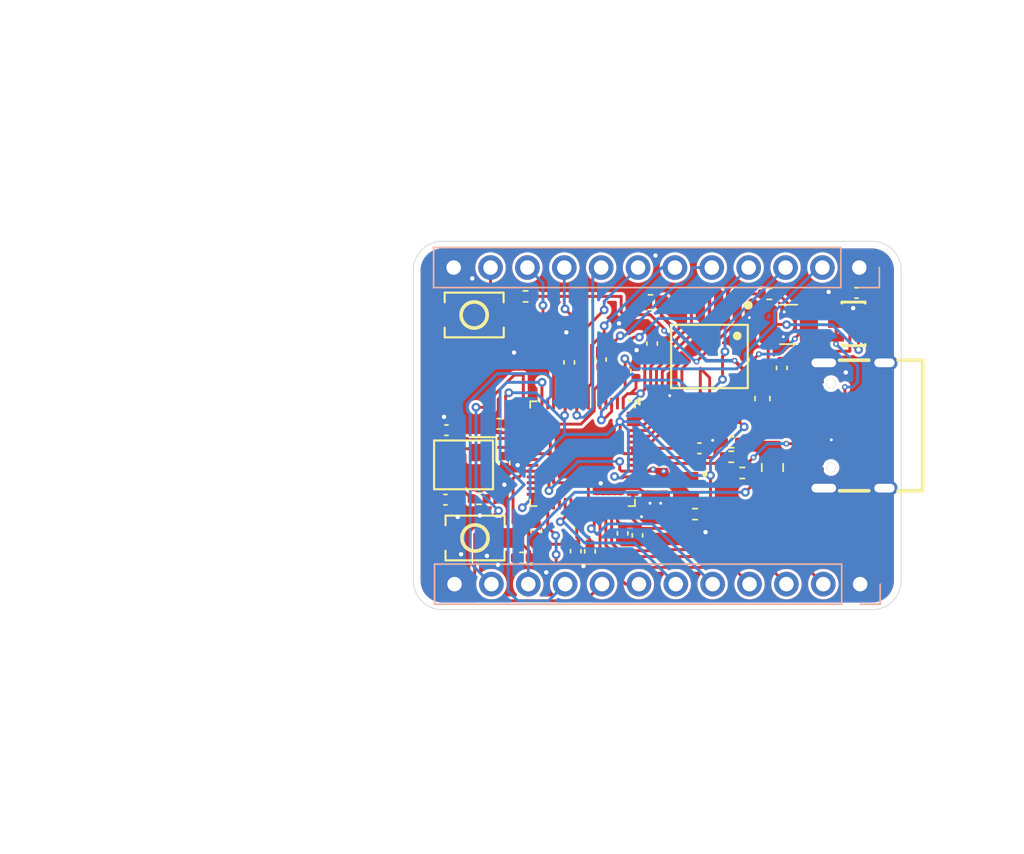
<source format=kicad_pcb>
(kicad_pcb (version 20241229) (generator "pcbnew") (generator_version "9.0")
  (layers (0 "F.Cu" signal) (2 "B.Cu" signal) (13 "F.Paste" user) (15 "B.Paste" user) (5 "F.SilkS" user "F.Silkscreen") (7 "B.SilkS" user "B.Silkscreen") (1 "F.Mask" user) (3 "B.Mask" user) (25 "Edge.Cuts" user))
  (net 0 "")
  (net 1 "USB_VBUS")
  (net 2 "Net-(U1-BST)")
  (net 3 "Net-(U1-SW)")
  (net 4 "+3V3")
  (net 5 "+1V1")
  (net 6 "Net-(U6-VREG_AVDD)")
  (net 7 "XIN")
  (net 8 "Net-(C24-Pad2)")
  (net 9 "/VREG_LX")
  (net 10 "Net-(U2-CC1)")
  (net 11 "Net-(U4-~{CS})")
  (net 12 "Net-(R4-Pad2)")
  (net 13 "XOUT")
  (net 14 "Net-(U6-USB_DM)")
  (net 15 "D-")
  (net 16 "D+")
  (net 17 "Net-(U6-USB_DP)")
  (net 18 "Net-(R8-Pad2)")
  (net 19 "RUN")
  (net 20 "IO3")
  (net 22 "IO2")
  (net 24 "Net-(U4-CLK)")
  (net 25 "IO1")
  (net 33 "IO0")
  (net 39 "Net-(J2-Pin_2)")
  (net 40 "Net-(J2-Pin_3)")
  (net 41 "GPIO12")
  (net 42 "Net-(J2-Pin_4)")
  (net 43 "Net-(J2-Pin_5)")
  (net 44 "GND")
  (net 45 "GPIO11")
  (net 47 "Net-(J1-Pin_9)")
  (net 48 "Net-(J1-Pin_3)")
  (net 49 "Net-(J1-Pin_2)")
  (net 50 "Net-(J1-Pin_8)")
  (net 51 "Net-(J1-Pin_6)")
  (net 52 "Net-(J1-Pin_4)")
  (net 53 "Net-(J1-Pin_5)")
  (net 54 "Net-(J1-Pin_11)")
  (net 55 "Net-(J1-Pin_7)")
  (net 56 "Net-(J1-Pin_10)")
  (net 57 "GPIO20")
  (net 59 "GPIO24")
  (footprint "Capacitor_SMD:C_0402_1005Metric" (layer "F.Cu") (at 58.91 51.09 -90)
    (property "Reference" "C18" (hide yes))
    (property "Value" "100n" (hide yes))
  )
  (footprint "RP2350_60QFN_minimal:C_0402_1005Metric_small_pads" (layer "F.Cu") (at 64.96521 46.626 -90)
    (property "Reference" "C5" (hide yes))
    (property "Value" "4.7u" (hide yes))
  )
  (footprint "easyeda2kicad:CRYSTAL-SMD_4P-L3.2-W2.5-BL" (layer "F.Cu") (at 51.18 45.14 180)
    (property "Reference" "U5" (hide yes))
    (property "Value" "ABM8-272-T3_C20625731" (hide yes))
  )
  (footprint "Capacitor_SMD:C_0402_1005Metric" (layer "F.Cu") (at 59.89 51.1 -90)
    (property "Reference" "C10" (hide yes))
    (property "Value" "100n" (hide yes))
  )
  (footprint "Resistor_SMD:R_0402_1005Metric" (layer "F.Cu") (at 55.22 51.55 180)
    (property "Reference" "R8" (hide yes))
    (property "Value" "1k" (hide yes))
  )
  (footprint "Resistor_SMD:R_0402_1005Metric" (layer "F.Cu") (at 52.25 47.48)
    (property "Reference" "R5" (hide yes))
    (property "Value" "1k" (hide yes))
  )
  (footprint "Resistor_SMD:R_0402_1005Metric" (layer "F.Cu") (at 55.45 33.53 180)
    (property "Reference" "R4" (hide yes))
    (property "Value" "1k" (hide yes))
  )
  (footprint "Resistor_SMD:R_0402_1005Metric" (layer "F.Cu") (at 69.64 43.58)
    (property "Reference" "R7" (hide yes))
    (property "Value" "27" (hide yes))
  )
  (footprint "Capacitor_SMD:C_0805_2012Metric" (layer "F.Cu") (at 72.46 45.32 90)
    (property "Reference" "C1" (hide yes))
    (property "Value" "10uf" (hide yes))
  )
  (footprint "Capacitor_SMD:C_0402_1005Metric" (layer "F.Cu") (at 63.06 38.67 90)
    (property "Reference" "C16" (hide yes))
    (property "Value" "100n" (hide yes))
  )
  (footprint "caps:0603-special" (layer "F.Cu") (at 66.5 46.68 -90)
    (property "Reference" "L2" (hide yes))
    (property "Value" "3.3u" (hide yes))
  )
  (footprint "Capacitor_SMD:C_0402_1005Metric" (layer "F.Cu") (at 53.6 42.31 180)
    (property "Reference" "C11" (hide yes))
    (property "Value" "100n" (hide yes))
  )
  (footprint "Capacitor_SMD:C_0402_1005Metric" (layer "F.Cu") (at 73.1 38.46 -90)
    (property "Reference" "C2" (hide yes))
    (property "Value" "100nf" (hide yes))
  )
  (footprint "easyeda2kicad:TSOT-26_L2.9-W1.6-P0.95-LS2.8-BL" (layer "F.Cu") (at 78.04 35.42 -90)
    (property "Reference" "U1" (hide yes))
    (property "Value" "AP63203WU-7" (hide yes))
  )
  (footprint "Capacitor_SMD:C_0603_1608Metric" (layer "F.Cu") (at 71.77 40.565 -90)
    (property "Reference" "C4" (hide yes))
    (property "Value" "22uf" (hide yes))
  )
  (footprint "RP2350_60QFN_minimal:C_0402_1005Metric_small_pads" (layer "F.Cu") (at 64.64 48.88)
    (property "Reference" "C7" (hide yes))
    (property "Value" "4.7u" (hide yes))
  )
  (footprint "Capacitor_SMD:C_0402_1005Metric" (layer "F.Cu") (at 78.25 33.29)
    (property "Reference" "C22" (hide yes))
    (property "Value" "100n" (hide yes))
  )
  (footprint "Capacitor_SMD:C_0402_1005Metric" (layer "F.Cu") (at 60.64 37.88 90)
    (property "Reference" "C9" (hide yes))
    (property "Value" "100n" (hide yes))
  )
  (footprint "Capacitor_SMD:C_0402_1005Metric" (layer "F.Cu") (at 62.14 49.86 -90)
    (property "Reference" "C20" (hide yes))
    (property "Value" "100n" (hide yes))
  )
  (footprint "Capacitor_SMD:C_0402_1005Metric" (layer "F.Cu") (at 58.46 38.08 90)
    (property "Reference" "C17" (hide yes))
    (property "Value" "100n" (hide yes))
  )
  (footprint "RP2350_60QFN_minimal:C_0402_1005Metric_small_pads" (layer "F.Cu") (at 64.00521 46.626 -90)
    (property "Reference" "C6" (hide yes))
    (property "Value" "4.7u" (hide yes))
  )
  (footprint "Capacitor_SMD:C_0402_1005Metric" (layer "F.Cu") (at 67.43 44)
    (property "Reference" "C13" (hide yes))
    (property "Value" "100n" (hide yes))
  )
  (footprint "Resistor_SMD:R_0402_1005Metric" (layer "F.Cu") (at 70.38 45.7)
    (property "Reference" "R1" (hide yes))
    (property "Value" "5.1k" (hide yes))
  )
  (footprint "Package_DFN_QFN:QFN-60-1EP_7x7mm_P0.4mm_EP3.4x3.4mm" (layer "F.Cu") (at 59.38 44.37 -90)
    (property "Reference" "U6" (hide yes))
    (property "Value" "RP2350A-QFN60" (hide yes))
  )
  (footprint "Inductor_SMD:L_1210_3225Metric" (layer "F.Cu") (at 73.57 35.46)
    (property "Reference" "L1" (hide yes))
    (property "Value" "47uh" (hide yes))
  )
  (footprint "easyeda2kicad:SW-SMD_L3.9-W3.0-P4.45" (layer "F.Cu") (at 51.91 34.81)
    (property "Reference" "SW1" (hide yes))
    (property "Value" "SW_Push" (hide yes))
  )
  (footprint "Capacitor_SMD:C_0402_1005Metric" (layer "F.Cu") (at 63.16 50 -90)
    (property "Reference" "C14" (hide yes))
    (property "Value" "100n" (hide yes))
  )
  (footprint "easyeda2kicad:SW-SMD_L3.9-W3.0-P4.45" (layer "F.Cu") (at 51.97 50.18)
    (property "Reference" "SW2" (hide yes))
    (property "Value" "SW_Push" (hide yes))
  )
  (footprint "Capacitor_SMD:C_0402_1005Metric" (layer "F.Cu") (at 56.19 49.69 -90)
    (property "Reference" "C19" (hide yes))
    (property "Value" "100n" (hide yes))
  )
  (footprint "Resistor_SMD:R_0402_1005Metric" (layer "F.Cu") (at 72.24 33.36)
    (property "Reference" "R3" (hide yes))
    (property "Value" "10k" (hide yes))
  )
  (footprint "Capacitor_SMD:C_0402_1005Metric" (layer "F.Cu") (at 49.93 47.54)
    (property "Reference" "C24" (hide yes))
    (property "Value" "15p" (hide yes))
  )
  (footprint "Resistor_SMD:R_0402_1005Metric" (layer "F.Cu") (at 67.124092 48.533521 180)
    (property "Reference" "R2" (hide yes))
    (property "Value" "33" (hide yes))
  )
  (footprint "Capacitor_SMD:C_0402_1005Metric" (layer "F.Cu") (at 64.17 36.78 90)
    (property "Reference" "C15" (hide yes))
    (property "Value" "100n" (hide yes))
  )
  (footprint "Resistor_SMD:R_0402_1005Metric" (layer "F.Cu") (at 69.62 44.58 180)
    (property "Reference" "R6" (hide yes))
    (property "Value" "27" (hide yes))
  )
  (footprint "Capacitor_SMD:C_0402_1005Metric" (layer "F.Cu") (at 50 42.75)
    (property "Reference" "C23" (hide yes))
    (property "Value" "15p" (hide yes))
  )
  (footprint "easyeda2kicad:USB-C-SMD_G-SWITCH_GT-USB-7010ASV" (layer "F.Cu") (at 77.775 42.425 90)
    (property "Reference" "U2" (hide yes))
    (property "Value" "GT-USB-7010ASV" (hide yes))
  )
  (footprint "Capacitor_SMD:C_0402_1005Metric" (layer "F.Cu") (at 54 45.01 -90)
    (property "Reference" "C8" (hide yes))
    (property "Value" "100n" (hide yes))
  )
  (footprint "Capacitor_SMD:C_0603_1608Metric" (layer "F.Cu") (at 64.05 33.93 180)
    (property "Reference" "C3" (hide yes))
    (property "Value" "22uf" (hide yes))
  )
  (footprint "easyeda2kicad:SOIC-8_L5.3-W5.3-P1.27-LS8.0-BL" (layer "F.Cu") (at 68.12 37.67 180)
    (property "Reference" "U4" (hide yes))
    (property "Value" "W25Q64JVSSIQ_C179171" (hide yes))
  )
  (footprint "Connector_PinHeader_2.54mm:PinHeader_1x12_P2.54mm_Vertical" (layer "B.Cu") (at 78.5 53.36 90)
    (property "Reference" "J2" (hide yes))
    (property "Value" "Conn_01x12_Pin" (hide yes))
  )
  (footprint "Connector_PinHeader_2.54mm:PinHeader_1x12_P2.54mm_Vertical" (layer "B.Cu") (at 78.44 31.54 90)
    (property "Reference" "J1" (hide yes))
    (property "Value" "Conn_01x12_Pin" (hide yes))
  )
  (gr_line (start 63.16 46.7) (end 63.6 47.02) (stroke (width 0.2)) (layer "F.Cu") (net 44))
  (gr_arc (start 49.725 55.125) (mid 48.310786 54.539214) (end 47.725 53.125) (stroke (width 0.05)) (layer "Edge.Cuts"))
  (gr_arc (start 47.725 31.725) (mid 48.310786 30.310786) (end 49.725 29.725) (stroke (width 0.05)) (layer "Edge.Cuts"))
  (gr_line (start 81.325 31.725) (end 81.325 53.125) (stroke (width 0.05)) (layer "Edge.Cuts"))
  (gr_arc (start 81.325 53.125) (mid 80.739214 54.539214) (end 79.325 55.125) (stroke (width 0.05)) (layer "Edge.Cuts"))
  (gr_line (start 47.725 53.125) (end 47.725 31.725) (stroke (width 0.05)) (layer "Edge.Cuts"))
  (gr_line (start 49.725 29.725) (end 79.325 29.725) (stroke (width 0.05)) (layer "Edge.Cuts"))
  (gr_line (start 79.325 55.125) (end 49.725 55.125) (stroke (width 0.05)) (layer "Edge.Cuts"))
  (gr_arc (start 79.325 29.725) (mid 80.739214 30.310786) (end 81.325 31.725) (stroke (width 0.05)) (layer "Edge.Cuts"))
  (segment (start 77.445 40.655) (end 77.025 41.075) (width 0.2) (layer "F.Cu") (net 1))
  (segment (start 72.51 46.17) (end 73.85 44.83) (width 0.2) (layer "F.Cu") (net 1))
  (segment (start 77.025 41.075) (end 77.025 43.897) (width 0.2) (layer "F.Cu") (net 1))
  (segment (start 77.025 43.897) (end 76.296 44.626) (width 0.2) (layer "F.Cu") (net 1))
  (segment (start 76.84 35.42) (end 76.84 36.37) (width 0.2) (layer "F.Cu") (net 1))
  (segment (start 74.4 40.03) (end 75 40.03) (width 0.2) (layer "F.Cu") (net 1))
  (segment (start 75.975 40.025) (end 77.025 41.075) (width 0.2) (layer "F.Cu") (net 1))
  (segment (start 77.445 39.775) (end 77.445 40.655) (width 0.2) (layer "F.Cu") (net 1))
  (segment (start 72.51 46.52) (end 72.51 46.17) (width 0.2) (layer "F.Cu") (net 1))
  (segment (start 71.35 46.27) (end 70.59 47.03) (width 0.2) (layer "F.Cu") (net 1))
  (segment (start 73.85 44.83) (end 74.4 44.83) (width 0.2) (layer "F.Cu") (net 1))
  (segment (start 74.405 44.825) (end 75.375 44.825) (width 0.2) (layer "F.Cu") (net 1))
  (segment (start 72.46 46.27) (end 71.35 46.27) (width 0.2) (layer "F.Cu") (net 1))
  (segment (start 76.296 44.626) (end 75.574 44.626) (width 0.2) (layer "F.Cu") (net 1))
  (segment (start 74.4 44.83) (end 74.405 44.825) (width 0.2) (layer "F.Cu") (net 1))
  (segment (start 76.84 36.809) (end 76.84 36.37) (width 0.2) (layer "F.Cu") (net 1))
  (via (at 77.445 39.775) (size 0.4) (drill 0.2) (layers "F.Cu" "B.Cu") (net 1))
  (via (at 70.59 47.03) (size 0.6) (drill 0.3) (layers "F.Cu" "B.Cu") (net 1))
  (via (at 76.84 36.809) (size 0.4) (drill 0.2) (layers "F.Cu" "B.Cu") (net 1))
  (segment (start 76.84 36.815) (end 78.325 38.3) (width 0.2) (layer "B.Cu") (net 1))
  (segment (start 77.975 39.775) (end 77.445 39.775) (width 0.2) (layer "B.Cu") (net 1))
  (segment (start 78.325 38.3) (end 78.325 39.425) (width 0.2) (layer "B.Cu") (net 1))
  (segment (start 55.64 50.22) (end 55.64 53.36) (width 0.2) (layer "B.Cu") (net 1))
  (segment (start 78.325 39.425) (end 77.975 39.775) (width 0.2) (layer "B.Cu") (net 1))
  (segment (start 76.84 36.809) (end 76.82 36.809) (width 0.2) (layer "B.Cu") (net 1))
  (segment (start 58.83 47.03) (end 55.64 50.22) (width 0.2) (layer "B.Cu") (net 1))
  (segment (start 70.59 47.03) (end 58.83 47.03) (width 0.2) (layer "B.Cu") (net 1))
  (segment (start 76.84 36.809) (end 76.84 36.815) (width 0.2) (layer "B.Cu") (net 1))
  (segment (start 73.1 37.98) (end 73.771 37.309) (width 0.2) (layer "F.Cu") (net 2))
  (segment (start 73.771 37.309) (end 77.791 37.309) (width 0.2) (layer "F.Cu") (net 2))
  (segment (start 78.89 34.47) (end 79.24 34.47) (width 0.2) (layer "F.Cu") (net 2))
  (segment (start 77.791 37.309) (end 77.791 35.569) (width 0.2) (layer "F.Cu") (net 2))
  (segment (start 77.791 35.569) (end 78.89 34.47) (width 0.2) (layer "F.Cu") (net 2))
  (segment (start 78.389 37.195467) (end 78.389 35.794) (width 0.2) (layer "F.Cu") (net 3))
  (segment (start 78.763 35.42) (end 79.24 35.42) (width 0.2) (layer "F.Cu") (net 3))
  (segment (start 78.389 35.794) (end 78.763 35.42) (width 0.2) (layer "F.Cu") (net 3))
  (segment (start 72.17 38.01) (end 72.17 35.46) (width 0.2) (layer "F.Cu") (net 3))
  (segment (start 73.41 35.46) (end 73.43 35.48) (width 0.2) (layer "F.Cu") (net 3))
  (segment (start 72.28 35.35) (end 72.17 35.46) (width 0.2) (layer "F.Cu") (net 3))
  (segment (start 73.1 38.94) (end 72.17 38.01) (width 0.2) (layer "F.Cu") (net 3))
  (segment (start 72.17 35.46) (end 73.41 35.46) (width 0.2) (layer "F.Cu") (net 3))
  (segment (start 78.390999 37.197466) (end 78.389 37.195467) (width 0.2) (layer "F.Cu") (net 3))
  (via (at 78.390999 37.197466) (size 0.6) (drill 0.3) (layers "F.Cu" "B.Cu") (net 3))
  (via (at 73.43 35.48) (size 0.6) (drill 0.3) (layers "F.Cu" "B.Cu") (net 3))
  (segment (start 76.57 35.48) (end 78.390999 37.300999) (width 0.2) (layer "B.Cu") (net 3))
  (segment (start 78.390999 37.300999) (end 78.390999 37.197466) (width 0.2) (layer "B.Cu") (net 3))
  (segment (start 72.21 34.89) (end 72.18 34.92) (width 0.2) (layer "B.Cu") (net 3))
  (segment (start 73.43 35.48) (end 76.57 35.48) (width 0.2) (layer "B.Cu") (net 3))
  (segment (start 62.83 44.37) (end 62.83 43.97) (width 0.2) (layer "F.Cu") (net 4))
  (segment (start 63.02 49.38) (end 63.16 49.52) (width 0.2) (layer "F.Cu") (net 4))
  (segment (start 63.16 49.52) (end 66.647613 49.52) (width 0.2) (layer "F.Cu") (net 4))
  (segment (start 63.41 44.37) (end 63.78 44) (width 0.2) (layer "F.Cu") (net 4))
  (segment (start 62.131084 46.038916) (end 62.2 45.97) (width 0.2) (layer "F.Cu") (net 4))
  (segment (start 71.175 37.855) (end 71.523554 37.506446) (width 0.2) (layer "F.Cu") (net 4))
  (segment (start 59.1 50.42) (end 58.91 50.61) (width 0.2) (layer "F.Cu") (net 4))
  (segment (start 70.03 41.2) (end 70.03 39) (width 0.2) (layer "F.Cu") (net 4))
  (segment (start 62.83 43.97) (end 63.5829 43.97) (width 0.2) (layer "F.Cu") (net 4))
  (segment (start 58.34 40.06) (end 58.34 38.55) (width 0.2) (layer "F.Cu") (net 4))
  (segment (start 61.78 47.82) (end 61.78 49.02) (width 0.2) (layer "F.Cu") (net 4))
  (segment (start 77.77 33.29) (end 77.77 33.54) (width 0.2) (layer "F.Cu") (net 4))
  (segment (start 55.43 43.17) (end 54.57 42.31) (width 0.2) (layer "F.Cu") (net 4))
  (segment (start 58.979 49.061) (end 58.979 50.139) (width 0.2) (layer "F.Cu") (net 4))
  (segment (start 62.18 47.82) (end 62.18 48.22) (width 0.2) (layer "F.Cu") (net 4))
  (segment (start 54.08 40.39) (end 54.3 40.17) (width 0.2) (layer "F.Cu") (net 4))
  (segment (start 72.75 33.36) (end 72.87 33.36) (width 0.2) (layer "F.Cu") (net 4))
  (segment (start 63.06 39.86) (end 63.06 39.15) (width 0.2) (layer "F.Cu") (net 4))
  (segment (start 68.19 47.977613) (end 68.19 45.87) (width 0.2) (layer "F.Cu") (net 4))
  (segment (start 59.1 50.26) (end 59.1 50.42) (width 0.2) (layer "F.Cu") (net 4))
  (segment (start 64.825 33.93) (end 64.825 34.875) (width 0.25) (layer "F.Cu") (net 4))
  (segment (start 77.77 33.54) (end 76.84 34.47) (width 0.2) (layer "F.Cu") (net 4))
  (segment (start 70.03 39) (end 70.46 38.57) (width 0.2) (layer "F.Cu") (net 4))
  (segment (start 63.6129 44) (end 66.95 44) (width 0.2) (layer "F.Cu") (net 4))
  (segment (start 61.78 49.02) (end 62.14 49.38) (width 0.2) (layer "F.Cu") (net 4))
  (segment (start 58.979 50.139) (end 59.1 50.26) (width 0.2) (layer "F.Cu") (net 4))
  (segment (start 63.667 39.933) (end 63.37 40.23) (width 0.2) (layer "F.Cu") (net 4))
  (segment (start 63.37 40.23) (end 62.69 40.23) (width 0.2) (layer "F.Cu") (net 4))
  (segment (start 56.801 50.49) (end 56.801 49.821) (width 0.2) (layer "F.Cu") (net 4))
  (segment (start 55.93 43.17) (end 55.43 43.17) (width 0.2) (layer "F.Cu") (net 4))
  (segment (start 64.825 34.875) (end 65.52 35.57) (width 0.25) (layer "F.Cu") (net 4))
  (segment (start 62.18 40.92) (end 62.18 40.53) (width 0.2) (layer "F.Cu") (net 4))
  (segment (start 56.921 50.61) (end 56.801 50.49) (width 0.2) (layer "F.Cu") (net 4))
  (segment (start 63.5829 43.97) (end 63.6129 44) (width 0.2) (layer "F.Cu") (net 4))
  (segment (start 61.97 42.182781) (end 61.97 44.09) (width 0.2) (layer "F.Cu") (net 4))
  (segment (start 58.91 50.61) (end 56.921 50.61) (width 0.2) (layer "F.Cu") (net 4))
  (segment (start 66.647613 49.52) (end 67.634092 48.533521) (width 0.2) (layer "F.Cu") (net 4))
  (segment (start 62.2 45.97) (end 62.83 45.97) (width 0.2) (layer "F.Cu") (net 4))
  (segment (start 58.18 40.92) (end 58.18 40.22) (width 0.2) (layer "F.Cu") (net 4))
  (segment (start 58.18 40.22) (end 58.34 40.06) (width 0.2) (layer "F.Cu") (net 4))
  (segment (start 74.97 35.46) (end 75.96 34.47) (width 0.2) (layer "F.Cu") (net 4))
  (segment (start 63.16 49.2) (end 63.16 49.52) (width 0.2) (layer "F.Cu") (net 4))
  (segment (start 70.03 42.04) (end 70.51 42.52) (width 0.2) (layer "F.Cu") (net 4))
  (segment (start 71.77 38.45) (end 71.175 37.855) (width 0.25) (layer "F.Cu") (net 4))
  (segment (start 74 36.46) (end 74 36.43) (width 0.2) (layer "F.Cu") (net 4))
  (segment (start 63.667 37.763) (end 63.667 39.933) (width 0.2) (layer "F.Cu") (net 4))
  (segment (start 55.93 47.17) (end 55.93 47.39) (width 0.2) (layer "F.Cu") (net 4))
  (segment (start 61.58 45.941482) (end 61.677434 46.038916) (width 0.2) (layer "F.Cu") (net 4))
  (segment (start 62.83 44.37) (end 63.41 44.37) (width 0.2) (layer "F.Cu") (net 4))
  (segment (start 61.947774 42.160555) (end 61.827219 42.04) (width 0.2) (layer "F.Cu") (net 4))
  (segment (start 70.03 41.2) (end 70.03 42.04) (width 0.2) (layer "F.Cu") (net 4))
  (segment (start 58.18 40.92) (end 58.18 41.691) (width 0.2) (layer "F.Cu") (net 4))
  (segment (start 67.634092 48.533521) (end 68.19 47.977613) (width 0.2) (layer "F.Cu") (net 4))
  (segment (start 55.93 48.95) (end 55.93 47.196) (width 0.25) (layer "F.Cu") (net 4))
  (segment (start 59.38 47.82) (end 59.38 48.66) (width 0.2) (layer "F.Cu") (net 4))
  (segment (start 54.08 42.31) (end 54.08 40.39) (width 0.2) (layer "F.Cu") (net 4))
  (segment (start 62.14 49.38) (end 63.02 49.38) (width 0.2) (layer "F.Cu") (net 4))
  (segment (start 61.947774 42.160555) (end 61.97 42.182781) (width 0.2) (layer "F.Cu") (net 4))
  (segment (start 55.93 47.39) (end 55.23 48.09) (width 0.2) (layer "F.Cu") (net 4))
  (segment (start 56.19 49.21) (end 55.93 48.95) (width 0.25) (layer "F.Cu") (net 4))
  (segment (start 62.69 40.23) (end 62.48 40.23) (width 0.2) (layer "F.Cu") (net 4))
  (segment (start 64.17 37.26) (end 63.667 37.763) (width 0.2) (layer "F.Cu") (net 4))
  (segment (start 59.38 48.66) (end 58.979 49.061) (width 0.2) (layer "F.Cu") (net 4))
  (segment (start 62.18 48.22) (end 63.16 49.2) (width 0.2) (layer "F.Cu") (net 4))
  (segment (start 62.18 40.53) (end 62.48 40.23) (width 0.2) (layer "F.Cu") (net 4))
  (segment (start 62.69 40.23) (end 63.06 39.86) (width 0.2) (layer "F.Cu") (net 4))
  (segment (start 58.18 41.691) (end 58.14 41.731) (width 0.2) (layer "F.Cu") (net 4))
  (segment (start 72.87 33.36) (end 74.97 35.46) (width 0.2) (layer "F.Cu") (net 4))
  (segment (start 70.46 38.57) (end 71.175 37.855) (width 0.2) (layer "F.Cu") (net 4))
  (segment (start 63.93521 46.216) (end 64.00521 46.146) (width 0.2) (layer "F.Cu") (net 4))
  (segment (start 55.93 47.17) (end 56.332226 47.17) (width 0.2) (layer "F.Cu") (net 4))
  (segment (start 69.85 37.96) (end 70.46 38.57) (width 0.25) (layer "F.Cu") (net 4))
  (segment (start 62.25 44.37) (end 62.83 44.37) (width 0.2) (layer "F.Cu") (net 4))
  (segment (start 75.96 34.47) (end 76.84 34.47) (width 0.2) (layer "F.Cu") (net 4))
  (segment (start 56.801 49.821) (end 56.19 49.21) (width 0.2) (layer "F.Cu") (net 4))
  (segment (start 61.677434 46.038916) (end 62.131084 46.038916) (width 0.2) (layer "F.Cu") (net 4))
  (segment (start 54.57 42.31) (end 54.08 42.31) (width 0.2) (layer "F.Cu") (net 4))
  (segment (start 74 36.43) (end 74.97 35.46) (width 0.2) (layer "F.Cu") (net 4))
  (segment (start 61.97 44.09) (end 62.25 44.37) (width 0.2) (layer "F.Cu") (net 4))
  (segment (start 71.77 39.79) (end 71.77 38.45) (width 0.25) (layer "F.Cu") (net 4))
  (via (at 55.23 48.09) (size 0.6) (drill 0.3) (layers "F.Cu" "B.Cu") (net 4))
  (via (at 69.85 37.96) (size 0.4) (drill 0.2) (layers "F.Cu" "B.Cu") (net 4))
  (via (at 74 36.46) (size 0.4) (drill 0.2) (layers "F.Cu" "B.Cu") (net 4))
  (via (at 54.3 40.17) (size 0.6) (drill 0.3) (layers "F.Cu" "B.Cu") (net 4))
  (via (at 71.523554 37.506446) (size 0.4) (drill 0.2) (layers "F.Cu" "B.Cu") (net 4))
  (via (at 61.947774 42.160555) (size 0.6) (drill 0.3) (layers "F.Cu" "B.Cu") (net 4))
  (via (at 63.37 40.23) (size 0.6) (drill 0.3) (layers "F.Cu" "B.Cu") (net 4))
  (via (at 70.51 42.52) (size 0.6) (drill 0.3) (layers "F.Cu" "B.Cu") (net 4))
  (via (at 68.19 45.87) (size 0.6) (drill 0.3) (layers "F.Cu" "B.Cu") (net 4))
  (via (at 61.58 45.941482) (size 0.6) (drill 0.3) (layers "F.Cu" "B.Cu") (net 4))
  (via (at 58.14 41.731) (size 0.6) (drill 0.3) (layers "F.Cu" "B.Cu") (net 4))
  (via (at 65.52 35.57) (size 0.4) (drill 0.2) (layers "F.Cu" "B.Cu") (net 4))
  (segment (start 53.511057 38.849) (end 56.838943 38.849) (width 0.2) (layer "B.Cu") (net 4))
  (segment (start 68.19 45.87) (end 66.961479 45.87) (width 0.2) (layer "B.Cu") (net 4))
  (segment (start 58.14 42.14) (end 58.14 41.76) (width 0.2) (layer "B.Cu") (net 4))
  (segment (start 56.17 40.17) (end 56.81 40.81) (width 0.2) (layer "B.Cu") (net 4))
  (segment (start 70.51 42.52) (end 68.19 44.84) (width 0.2) (layer "B.Cu") (net 4))
  (segment (start 72.943554 37.506446) (end 73.86 36.59) (width 0.2) (layer "B.Cu") (net 4))
  (segment (start 53.1 53.36) (end 51.639 51.899) (width 0.2) (layer "B.Cu") (net 4))
  (segment (start 51.639 51.899) (end 51.639 41.618943) (width 0.2) (layer "B.Cu") (net 4))
  (segment (start 71.523554 37.506446) (end 72.943554 37.506446) (width 0.2) (layer "B.Cu") (net 4))
  (segment (start 51.439 41.418943) (end 51.439 40.921057) (width 0.2) (layer "B.Cu") (net 4))
  (segment (start 73.86 36.59) (end 73.99 36.46) (width 0.2) (layer "B.Cu") (net 4))
  (segment (start 63.37 40.27) (end 63.37 40.23) (width 0.2) (layer "B.Cu") (net 4))
  (segment (start 65.52 35.57) (end 67.91 37.96) (width 0.25) (layer "B.Cu") (net 4))
  (segment (start 66.961479 45.87) (end 63.252034 42.160555) (width 0.2) (layer "B.Cu") (net 4))
  (segment (start 58.14 41.76) (end 58.13 41.75) (width 0.2) (layer "B.Cu") (net 4))
  (segment (start 51.439 40.921057) (end 53.511057 38.849) (width 0.2) (layer "B.Cu") (net 4))
  (segment (start 61.947774 41.692226) (end 63.37 40.27) (width 0.2) (layer "B.Cu") (net 4))
  (segment (start 67.91 37.96) (end 69.85 37.96) (width 0.25) (layer "B.Cu") (net 4))
  (segment (start 62.537558 42.750339) (end 61.947774 42.160555) (width 0.2) (layer "B.Cu") (net 4))
  (segment (start 61.947774 42.160555) (end 61.947774 41.692226) (width 0.2) (layer "B.Cu") (net 4))
  (segment (start 56.81 40.81) (end 58.14 42.14) (width 0.2) (layer "B.Cu") (net 4))
  (segment (start 62.537558 45.522442) (end 62.537558 42.750339) (width 0.2) (layer "B.Cu") (net 4))
  (segment (start 51.639 41.618943) (end 51.439 41.418943) (width 0.2) (layer "B.Cu") (net 4))
  (segment (start 58.14 43.04) (end 61.068329 43.04) (width 0.2) (layer "B.Cu") (net 4))
  (segment (start 55.761 45.419) (end 58.14 43.04) (width 0.2) (layer "B.Cu") (net 4))
  (segment (start 61.58 45.941482) (end 61.677434 46.038916) (width 0.2) (layer "B.Cu") (net 4))
  (segment (start 55.23 48.09) (end 55.761 47.559) (width 0.2) (layer "B.Cu") (net 4))
  (segment (start 57.191 40.429) (end 56.81 40.81) (width 0.2) (layer "B.Cu") (net 4))
  (segment (start 58.13 41.75) (end 58.14 41.74) (width 0.2) (layer "B.Cu") (net 4))
  (segment (start 68.19 44.84) (end 68.19 45.87) (width 0.2) (layer "B.Cu") (net 4))
  (segment (start 57.191 39.201057) (end 57.191 40.429) (width 0.2) (layer "B.Cu") (net 4))
  (segment (start 61.677434 46.038916) (end 62.021084 46.038916) (width 0.2) (layer "B.Cu") (net 4))
  (segment (start 73.99 36.46) (end 74 36.46) (width 0.2) (layer "B.Cu") (net 4))
  (segment (start 58.14 41.74) (end 58.14 41.731) (width 0.2) (layer "B.Cu") (net 4))
  (segment (start 55.761 47.559) (end 55.761 45.419) (width 0.2) (layer "B.Cu") (net 4))
  (segment (start 58.14 42.14) (end 58.14 43.04) (width 0.2) (layer "B.Cu") (net 4))
  (segment (start 61.068329 43.04) (end 61.947774 42.160555) (width 0.2) (layer "B.Cu") (net 4))
  (segment (start 56.838943 38.849) (end 57.191 39.201057) (width 0.2) (layer "B.Cu") (net 4))
  (segment (start 62.021084 46.038916) (end 62.537558 45.522442) (width 0.2) (layer "B.Cu") (net 4))
  (segment (start 54.3 40.17) (end 56.17 40.17) (width 0.2) (layer "B.Cu") (net 4))
  (segment (start 63.252034 42.160555) (end 61.947774 42.160555) (width 0.2) (layer "B.Cu") (net 4))
  (segment (start 57.155 44.475) (end 57.155 42.593) (width 0.2) (layer "F.Cu") (net 5))
  (segment (start 57.05 44.37) (end 57.155 44.475) (width 0.2) (layer "F.Cu") (net 5))
  (segment (start 61.936558 44.905647) (end 61.936558 45.449511) (width 0.2) (layer "F.Cu") (net 5))
  (segment (start 59.89 50.299943) (end 59.379 49.788943) (width 0.2) (layer "F.Cu") (net 5))
  (segment (start 59.266774 42.331) (end 60.18 41.417774) (width 0.2) (layer "F.Cu") (net 5))
  (segment (start 60.18 39.95) (end 60.81 39.32) (width 0.2) (layer "F.Cu") (net 5))
  (segment (start 62.83 45.57) (end 63.34 45.57) (width 0.2) (layer "F.Cu") (net 5))
  (segment (start 57.417 42.331) (end 59.266774 42.331) (width 0.2) (layer "F.Cu") (net 5))
  (segment (start 59.78 48.890058) (end 59.78 47.82) (width 0.2) (layer "F.Cu") (net 5))
  (segment (start 59.379 49.291057) (end 59.78 48.890058) (width 0.2) (layer "F.Cu") (net 5))
  (segment (start 57.379 46.371) (end 58.828774 46.371) (width 0.2) (layer "F.Cu") (net 5))
  (segment (start 57.379 44.699) (end 57.379 45.72) (width 0.2) (layer "F.Cu") (net 5))
  (segment (start 55.36 44.37) (end 55.2 44.53) (width 0.2) (layer "F.Cu") (net 5))
  (segment (start 62.057047 45.57) (end 62.83 45.57) (width 0.2) (layer "F.Cu") (net 5))
  (segment (start 59.451 46.371) (end 59.78 46.7) (width 0.2) (layer "F.Cu") (net 5))
  (segment (start 59.89 50.62) (end 59.89 50.299943) (width 0.2) (layer "F.Cu") (net 5))
  (segment (start 57.379 45.72) (end 57.379 46.371) (width 0.2) (layer "F.Cu") (net 5))
  (segment (start 59.78 46.7) (end 59.78 47.82) (width 0.2) (layer "F.Cu") (net 5))
  (segment (start 63.345 45.575) (end 63.92 45.575) (width 0.2) (layer "F.Cu") (net 5))
  (segment (start 57.06 46.039) (end 57.379 45.72) (width 0.2) (layer "F.Cu") (net 5))
  (segment (start 61.936558 45.449511) (end 62.057047 45.57) (width 0.2) (layer "F.Cu") (net 5))
  (segment (start 63.34 45.57) (end 63.345 45.575) (width 0.2) (layer "F.Cu") (net 5))
  (segment (start 59.89 50.62) (end 59.68 50.41) (width 0.2) (layer "F.Cu") (net 5))
  (segment (start 58.828774 46.371) (end 59.451 46.371) (width 0.2) (layer "F.Cu") (net 5))
  (segment (start 55.93 44.37) (end 57.05 44.37) (width 0.2) (layer "F.Cu") (net 5))
  (segment (start 65.13121 45.98) (end 64.96521 46.146) (width 0.2) (layer "F.Cu") (net 5))
  (segment (start 59.379 49.788943) (end 59.379 49.291057) (width 0.2) (layer "F.Cu") (net 5))
  (segment (start 60.81 39.32) (end 60.81 38.43) (width 0.2) (layer "F.Cu") (net 5))
  (segment (start 57.06 46.92) (end 57.06 46.039) (width 0.2) (layer "F.Cu") (net 5))
  (segment (start 60.18 40.92) (end 60.18 39.95) (width 0.2) (layer "F.Cu") (net 5))
  (segment (start 57.155 44.475) (end 57.379 44.699) (width 0.2) (layer "F.Cu") (net 5))
  (segment (start 55.93 44.37) (end 55.36 44.37) (width 0.2) (layer "F.Cu") (net 5))
  (segment (start 57.155 42.593) (end 57.417 42.331) (width 0.2) (layer "F.Cu") (net 5))
  (segment (start 60.18 41.417774) (end 60.18 40.92) (width 0.2) (layer "F.Cu") (net 5))
  (segment (start 55.2 44.53) (end 54 44.53) (width 0.2) (layer "F.Cu") (net 5))
  (via (at 61.936558 44.905647) (size 0.6) (drill 0.3) (layers "F.Cu" "B.Cu") (net 5))
  (via (at 57.06 46.92) (size 0.6) (drill 0.3) (layers "F.Cu" "B.Cu") (net 5))
  (via (at 64.23521 45.456) (size 0.4) (drill 0.2) (layers "F.Cu" "B.Cu") (net 5))
  (via (at 64.96521 45.576) (size 0.4) (drill 0.2) (layers "F.Cu" "B.Cu") (net 5))
  (segment (start 61.936558 44.905647) (end 59.074353 44.905647) (width 0.2) (layer "B.Cu") (net 5))
  (segment (start 59.074353 44.905647) (end 57.06 46.92) (width 0.2) (layer "B.Cu") (net 5))
  (segment (start 64.562 48.287) (end 63.817689 48.287) (width 0.2) (layer "F.Cu") (net 6))
  (segment (start 65.155 48.88) (end 66.267613 48.88) (width 0.2) (layer "F.Cu") (net 6))
  (segment (start 65.155 48.88) (end 64.562 48.287) (width 0.2) (layer "F.Cu") (net 6))
  (segment (start 66.267613 48.88) (end 66.614092 48.533521) (width 0.2) (layer "F.Cu") (net 6))
  (segment (start 62.83 47.299311) (end 62.83 47.17) (width 0.2) (layer "F.Cu") (net 6))
  (segment (start 63.817689 48.287) (end 62.83 47.299311) (width 0.2) (layer "F.Cu") (net 6))
  (segment (start 51.15 44.03) (end 51.15 43.24) (width 0.2) (layer "F.Cu") (net 7))
  (segment (start 51.15 43.24) (end 51.23 43.32) (width 0.2) (layer "F.Cu") (net 7))
  (segment (start 50.97 43.24) (end 50.48 42.75) (width 0.2) (layer "F.Cu") (net 7))
  (segment (start 51.15 43.24) (end 50.97 43.24) (width 0.2) (layer "F.Cu") (net 7))
  (segment (start 52.88 44.89) (end 52.88 45.089) (width 0.2) (layer "F.Cu") (net 7))
  (segment (start 52.28 44.29) (end 52.02 44.03) (width 0.2) (layer "F.Cu") (net 7))
  (segment (start 51.23 43.32) (end 54.94 43.32) (width 0.2) (layer "F.Cu") (net 7))
  (segment (start 55.19 43.57) (end 54.94 43.32) (width 0.2) (layer "F.Cu") (net 7))
  (segment (start 52.28 44.29) (end 52.88 44.89) (width 0.2) (layer "F.Cu") (net 7))
  (segment (start 55.93 43.57) (end 55.19 43.57) (width 0.2) (layer "F.Cu") (net 7))
  (segment (start 52.02 44.03) (end 51.15 44.03) (width 0.2) (layer "F.Cu") (net 7))
  (segment (start 51.015 46.935) (end 51.195 46.935) (width 0.2) (layer "F.Cu") (net 8))
  (segment (start 50.08 45.99) (end 50.25 45.99) (width 0.2) (layer "F.Cu") (net 8))
  (segment (start 50.08 45.99) (end 50.282 45.99) (width 0.2) (layer "F.Cu") (net 8))
  (segment (start 50.25 45.99) (end 51.195 46.935) (width 0.2) (layer "F.Cu") (net 8))
  (segment (start 50.41 47.54) (end 51.015 46.935) (width 0.2) (layer "F.Cu") (net 8))
  (segment (start 51.195 46.935) (end 51.74 47.48) (width 0.2) (layer "F.Cu") (net 8))
  (segment (start 74.3 43.68) (end 74.4 43.68) (width 0.2) (layer "F.Cu") (net 10))
  (segment (start 73.42 43.68) (end 74.3 43.68) (width 0.2) (layer "F.Cu") (net 10))
  (segment (start 75.375 43.675) (end 74.405 43.675) (width 0.2) (layer "F.Cu") (net 10))
  (segment (start 74.405 43.675) (end 74.4 43.68) (width 0.2) (layer "F.Cu") (net 10))
  (segment (start 70.89 45.7) (end 70.89 44.89) (width 0.2) (layer "F.Cu") (net 10))
  (segment (start 70.89 44.89) (end 71.15 44.63) (width 0.2) (layer "F.Cu") (net 10))
  (via (at 71.15 44.63) (size 0.4) (drill 0.2) (layers "F.Cu" "B.Cu") (net 10))
  (via (at 73.42 43.68) (size 0.4) (drill 0.2) (layers "F.Cu" "B.Cu") (net 10))
  (segment (start 72.1 43.68) (end 73.42 43.68) (width 0.2) (layer "B.Cu") (net 10))
  (segment (start 71.15 44.63) (end 72.1 43.68) (width 0.2) (layer "B.Cu") (net 10))
  (segment (start 70.81 33.36) (end 70.03 34.14) (width 0.2) (layer "F.Cu") (net 11))
  (segment (start 67.23 38.022462) (end 70.03 35.222462) (width 0.2) (layer "F.Cu") (net 11))
  (segment (start 62.04 33.53) (end 62.04 34.62) (width 0.2) (layer "F.Cu") (net 11))
  (segment (start 65 35.75) (end 65 35.89) (width 0.2) (layer "F.Cu") (net 11))
  (segment (start 71.73 33.36) (end 70.81 33.36) (width 0.2) (layer "F.Cu") (net 11))
  (segment (start 70.03 35.222462) (end 70.03 34.14) (width 0.2) (layer "F.Cu") (net 11))
  (segment (start 62.21 34.79) (end 64.04 34.79) (width 0.2) (layer "F.Cu") (net 11))
  (segment (start 55.96 33.53) (end 62.04 33.53) (width 0.2) (layer "F.Cu") (net 11))
  (segment (start 64.04 34.79) (end 65 35.75) (width 0.2) (layer "F.Cu") (net 11))
  (segment (start 62.04 34.62) (end 62.21 34.79) (width 0.2) (layer "F.Cu") (net 11))
  (via (at 67.23 38.022462) (size 0.4) (drill 0.2) (layers "F.Cu" "B.Cu") (net 11))
  (via (at 65 35.89) (size 0.4) (drill 0.2) (layers "F.Cu" "B.Cu") (net 11))
  (segment (start 67.26 37.97) (end 67.26 37.992462) (width 0.2) (layer "B.Cu") (net 11))
  (segment (start 67.08 37.97) (end 67.26 37.97) (width 0.2) (layer "B.Cu") (net 11))
  (segment (start 65 35.89) (end 67.08 37.97) (width 0.2) (layer "B.Cu") (net 11))
  (segment (start 67.26 37.992462) (end 67.23 38.022462) (width 0.2) (layer "B.Cu") (net 11))
  (segment (start 54.94 33.53) (end 54.94 33.96) (width 0.2) (layer "F.Cu") (net 12))
  (segment (start 54.94 33.96) (end 54.09 34.81) (width 0.2) (layer "F.Cu") (net 12))
  (segment (start 53.31 44.01) (end 53.31 46.93) (width 0.2) (layer "F.Cu") (net 13))
  (segment (start 54.52755 44.12) (end 54.34255 43.935) (width 0.2) (layer "F.Cu") (net 13))
  (segment (start 55.18 43.97) (end 55.03 44.12) (width 0.2) (layer "F.Cu") (net 13))
  (segment (start 54.34255 43.935) (end 53.385 43.935) (width 0.2) (layer "F.Cu") (net 13))
  (segment (start 53.385 43.935) (end 53.31 44.01) (width 0.2) (layer "F.Cu") (net 13))
  (segment (start 55.93 43.97) (end 55.18 43.97) (width 0.2) (layer "F.Cu") (net 13))
  (segment (start 55.03 44.12) (end 54.52755 44.12) (width 0.2) (layer "F.Cu") (net 13))
  (segment (start 53.31 46.93) (end 52.76 47.48) (width 0.2) (layer "F.Cu") (net 13))
  (segment (start 62.83 45.17) (end 63.76 45.17) (width 0.2) (layer "F.Cu") (net 14))
  (segment (start 63.942689 45.04) (end 64.027689 44.955) (width 0.2) (layer "F.Cu") (net 14))
  (segment (start 64.442731 44.955) (end 64.527731 45.04) (width 0.2) (layer "F.Cu") (net 14))
  (segment (start 68.97 44.58) (end 69.11 44.58) (width 0.2) (layer "F.Cu") (net 14))
  (segment (start 68.51 45.04) (end 68.97 44.58) (width 0.2) (layer "F.Cu") (net 14))
  (segment (start 64.527731 45.04) (end 68.51 45.04) (width 0.2) (layer "F.Cu") (net 14))
  (segment (start 63.89 45.04) (end 63.942689 45.04) (width 0.2) (layer "F.Cu") (net 14))
  (segment (start 64.027689 44.955) (end 64.442731 44.955) (width 0.2) (layer "F.Cu") (net 14))
  (segment (start 63.76 45.17) (end 63.89 45.04) (width 0.2) (layer "F.Cu") (net 14))
  (segment (start 74.4 43.18) (end 71.53 43.18) (width 0.2) (layer "F.Cu") (net 15))
  (segment (start 74.405 42.175) (end 74.4 42.18) (width 0.2) (layer "F.Cu") (net 15))
  (segment (start 74.4 43.18) (end 74.405 43.175) (width 0.2) (layer "F.Cu") (net 15))
  (segment (start 71.53 43.18) (end 70.13 44.58) (width 0.2) (layer "F.Cu") (net 15))
  (segment (start 73.43 42.18) (end 74.4 42.18) (width 0.2) (layer "F.Cu") (net 15))
  (segment (start 73.43 43.082) (end 73.528 43.18) (width 0.2) (layer "F.Cu") (net 15))
  (segment (start 74.405 43.175) (end 75.375 43.175) (width 0.2) (layer "F.Cu") (net 15))
  (segment (start 73.43 42.18) (end 73.43 43.082) (width 0.2) (layer "F.Cu") (net 15))
  (segment (start 75.375 42.175) (end 74.405 42.175) (width 0.2) (layer "F.Cu") (net 15))
  (segment (start 73.528 43.18) (end 74.4 43.18) (width 0.2) (layer "F.Cu") (net 15))
  (segment (start 74.4 41.68) (end 74.405 41.675) (width 0.2) (layer "F.Cu") (net 16))
  (segment (start 73.3629 41.68) (end 73.029 42.0139) (width 0.2) (layer "F.Cu") (net 16))
  (segment (start 73.029 42.751) (end 73.001 42.779) (width 0.2) (layer "F.Cu") (net 16))
  (segment (start 71.2539 42.779) (end 70.4529 43.58) (width 0.2) (layer "F.Cu") (net 16))
  (segment (start 76.247 41.675) (end 75.375 41.675) (width 0.2) (layer "F.Cu") (net 16))
  (segment (start 74.405 41.675) (end 75.375 41.675) (width 0.2) (layer "F.Cu") (net 16))
  (segment (start 73.001 42.779) (end 71.2539 42.779) (width 0.2) (layer "F.Cu") (net 16))
  (segment (start 70.4529 43.58) (end 70.15 43.58) (width 0.2) (layer "F.Cu") (net 16))
  (segment (start 73.029 42.0139) (end 73.029 42.751) (width 0.2) (layer "F.Cu") (net 16))
  (segment (start 76.296 42.724) (end 76.296 41.724) (width 0.2) (layer "F.Cu") (net 16))
  (segment (start 75.424 42.724) (end 76.296 42.724) (width 0.2) (layer "F.Cu") (net 16))
  (segment (start 76.296 41.724) (end 76.247 41.675) (width 0.2) (layer "F.Cu") (net 16))
  (segment (start 74.4 41.68) (end 73.3629 41.68) (width 0.2) (layer "F.Cu") (net 16))
  (segment (start 68.49645 44.48645) (end 68.49645 44.21355) (width 0.2) (layer "F.Cu") (net 17))
  (segment (start 68.3439 44.639) (end 68.49645 44.48645) (width 0.2) (layer "F.Cu") (net 17))
  (segment (start 68.49645 44.21355) (end 69.13 43.58) (width 0.2) (layer "F.Cu") (net 17))
  (segment (start 63.5929 44.77) (end 63.8089 44.554) (width 0.2) (layer "F.Cu") (net 17))
  (segment (start 62.83 44.77) (end 63.5929 44.77) (width 0.2) (layer "F.Cu") (net 17))
  (segment (start 63.8089 44.554) (end 64.608831 44.554) (width 0.2) (layer "F.Cu") (net 17))
  (segment (start 64.693831 44.639) (end 68.3439 44.639) (width 0.2) (layer "F.Cu") (net 17))
  (segment (start 64.608831 44.554) (end 64.693831 44.639) (width 0.2) (layer "F.Cu") (net 17))
  (segment (start 54.71 51.55) (end 54.71 50.74) (width 0.2) (layer "F.Cu") (net 18))
  (segment (start 54.71 50.74) (end 54.15 50.18) (width 0.2) (layer "F.Cu") (net 18))
  (segment (start 55.26 50.64) (end 55.26 49.393) (width 0.2) (layer "F.Cu") (net 19))
  (segment (start 55.42755 45.57) (end 55.93 45.57) (width 0.2) (layer "F.Cu") (net 19))
  (segment (start 54.72 45.98) (end 54.73 45.97) (width 0.2) (layer "F.Cu") (net 19))
  (segment (start 55.26 49.393) (end 55.007 49.14) (width 0.2) (layer "F.Cu") (net 19))
  (segment (start 54.73 45.97) (end 55.02755 45.97) (width 0.2) (layer "F.Cu") (net 19))
  (segment (start 54.69 45.98) (end 54.72 45.98) (width 0.2) (layer "F.Cu") (net 19))
  (segment (start 54.59 49.14) (end 54.59 46.08) (width 0.2) (layer "F.Cu") (net 19))
  (segment (start 54.59 46.08) (end 54.69 45.98) (width 0.2) (layer "F.Cu") (net 19))
  (segment (start 55.007 49.14) (end 54.59 49.14) (width 0.2) (layer "F.Cu") (net 19))
  (segment (start 55.73 51.55) (end 55.73 51.11) (width 0.2) (layer "F.Cu") (net 19))
  (segment (start 55.73 51.11) (end 55.26 50.64) (width 0.2) (layer "F.Cu") (net 19))
  (segment (start 55.02755 45.97) (end 55.42755 45.57) (width 0.2) (layer "F.Cu") (net 19))
  (segment (start 69.39 39.93) (end 69.39 42.54) (width 0.2) (layer "F.Cu") (net 20))
  (segment (start 68.176256 42.79) (end 67.8661 43.100156) (width 0.2) (layer "F.Cu") (net 20))
  (segment (start 63.75 43.57) (end 62.83 43.57) (width 0.2) (layer "F.Cu") (net 20))
  (segment (start 69.14 42.79) (end 68.176256 42.79) (width 0.2) (layer "F.Cu") (net 20))
  (segment (start 69.33 39.87) (end 69.39 39.93) (width 0.2) (layer "F.Cu") (net 20))
  (segment (start 68.75 40.45) (end 69.33 39.87) (width 0.2) (layer "F.Cu") (net 20))
  (segment (start 63.76 43.58) (end 63.75 43.57) (width 0.2) (layer "F.Cu") (net 20))
  (segment (start 63.751 43.571) (end 63.75 43.57) (width 0.2) (layer "F.Cu") (net 20))
  (segment (start 68.75 41.2) (end 68.75 40.45) (width 0.2) (layer "F.Cu") (net 20))
  (segment (start 69.39 42.54) (end 69.14 42.79) (width 0.2) (layer "F.Cu") (net 20))
  (segment (start 64.1203 43.571) (end 63.751 43.571) (width 0.2) (layer "F.Cu") (net 20))
  (segment (start 64.591144 43.100156) (end 64.1203 43.571) (width 0.2) (layer "F.Cu") (net 20))
  (segment (start 67.8661 43.100156) (end 64.591144 43.100156) (width 0.2) (layer "F.Cu") (net 20))
  (segment (start 64.48245 41.50755) (end 64.469 41.4941) (width 0.2) (layer "F.Cu") (net 22))
  (segment (start 66.9729 36.05) (end 67.33 36.05) (width 0.2) (layer "F.Cu") (net 22))
  (segment (start 64.469 41.4941) (end 64.469 38.711) (width 0.2) (layer "F.Cu") (net 22))
  (segment (start 64.469 38.711) (end 64.47 38.71) (width 0.2) (layer "F.Cu") (net 22))
  (segment (start 63.62 42.37) (end 64.48245 41.50755) (width 0.2) (layer "F.Cu") (net 22))
  (segment (start 67.49 35.89) (end 67.49 34.14) (width 0.2) (layer "F.Cu") (net 22))
  (segment (start 67.33 36.05) (end 67.49 35.89) (width 0.2) (layer "F.Cu") (net 22))
  (segment (start 63.62 42.37) (end 62.83 42.37) (width 0.2) (layer "F.Cu") (net 22))
  (segment (start 64.469 38.5539) (end 66.9729 36.05) (width 0.2) (layer "F.Cu") (net 22))
  (segment (start 64.469 38.711) (end 64.469 38.5539) (width 0.2) (layer "F.Cu") (net 22))
  (segment (start 65.528844 42.19) (end 66.038 42.699156) (width 0.2) (layer "F.Cu") (net 24))
  (segment (start 67.7 42.699156) (end 68.134 42.265156) (width 0.2) (layer "F.Cu") (net 24))
  (segment (start 64.9342 42.19) (end 65.528844 42.19) (width 0.2) (layer "F.Cu") (net 24))
  (segment (start 67.49 38.49) (end 67.49 41.2) (width 0.2) (layer "F.Cu") (net 24))
  (segment (start 67.49 41.895) (end 67.49 41.2) (width 0.2) (layer "F.Cu") (net 24))
  (segment (start 62.83 43.17) (end 63.9542 43.17) (width 0.2) (layer "F.Cu") (net 24))
  (segment (start 63.9542 43.17) (end 64.9342 42.19) (width 0.2) (layer "F.Cu") (net 24))
  (segment (start 68.134 42.265156) (end 68.134 39.134) (width 0.2) (layer "F.Cu") (net 24))
  (segment (start 66.038 42.699156) (end 67.7 42.699156) (width 0.2) (layer "F.Cu") (net 24))
  (segment (start 68.134 39.134) (end 67.49 38.49) (width 0.2) (layer "F.Cu") (net 24))
  (segment (start 65.85 36.478) (end 65.85 36.59) (width 0.2) (layer "F.Cu") (net 25))
  (segment (start 65.85 36.59) (end 64.068 38.372) (width 0.2) (layer "F.Cu") (net 25))
  (segment (start 63.35 41.97) (end 62.83 41.97) (width 0.2) (layer "F.Cu") (net 25))
  (segment (start 68.75 34.14) (end 68.75 33.718844) (width 0.2) (layer "F.Cu") (net 25))
  (segment (start 66.874 35.454) (end 65.85 36.478) (width 0.2) (layer "F.Cu") (net 25))
  (segment (start 64.068 41.252) (end 63.35 41.97) (width 0.2) (layer "F.Cu") (net 25))
  (segment (start 67.234844 32.714) (end 66.874 33.074844) (width 0.2) (layer "F.Cu") (net 25))
  (segment (start 67.745156 32.714) (end 67.234844 32.714) (width 0.2) (layer "F.Cu") (net 25))
  (segment (start 64.068 38.372) (end 64.068 41.252) (width 0.2) (layer "F.Cu") (net 25))
  (segment (start 68.75 33.718844) (end 67.745156 32.714) (width 0.2) (layer "F.Cu") (net 25))
  (segment (start 66.874 33.074844) (end 66.874 35.454) (width 0.2) (layer "F.Cu") (net 25))
  (segment (start 66.73 37.95) (end 66.185 37.405) (width 0.2) (layer "F.Cu") (net 33))
  (segment (start 62.83 42.77) (end 63.7871 42.77) (width 0.2) (layer "F.Cu") (net 33))
  (segment (start 66.73 38.03) (end 66.73 37.95) (width 0.2) (layer "F.Cu") (net 33))
  (segment (start 63.7871 42.77) (end 64.88345 41.67365) (width 0.2) (layer "F.Cu") (net 33))
  (segment (start 64.87 38.72) (end 64.87 41.328) (width 0.2) (layer "F.Cu") (net 33))
  (segment (start 66.22 41.2) (end 66.22 38.54) (width 0.2) (layer "F.Cu") (net 33))
  (segment (start 64.87 41.328) (end 64.88345 41.34145) (width 0.2) (layer "F.Cu") (net 33))
  (segment (start 66.185 37.405) (end 64.87 38.72) (width 0.2) (layer "F.Cu") (net 33))
  (segment (start 66.22 38.54) (end 66.73 38.03) (width 0.2) (layer "F.Cu") (net 33))
  (segment (start 64.88345 41.34145) (end 64.88345 41.67365) (width 0.2) (layer "F.Cu") (net 33))
  (segment (start 75.7 53.36) (end 75.44 53.1) (width 0.2) (layer "F.Cu") (net 39))
  (segment (start 64.55 50.98) (end 64.469 51.061) (width 0.2) (layer "F.Cu") (net 39))
  (segment (start 72.11 49.51) (end 71.05 49.51) (width 0.2) (layer "F.Cu") (net 39))
  (segment (start 69.58 50.98) (end 64.55 50.98) (width 0.2) (layer "F.Cu") (net 39))
  (segment (start 64.469 51.061) (end 61.92345 51.061) (width 0.2) (layer "F.Cu") (net 39))
  (segment (start 61.38 50.51755) (end 61.38 47.82) (width 0.2) (layer "F.Cu") (net 39))
  (segment (start 75.96 53.36) (end 72.11 49.51) (width 0.2) (layer "F.Cu") (net 39))
  (segment (start 71.05 49.51) (end 69.58 50.98) (width 0.2) (layer "F.Cu") (net 39))
  (segment (start 61.92345 51.061) (end 61.38 50.51755) (width 0.2) (layer "F.Cu") (net 39))
  (segment (start 71.522 51.462) (end 61.75735 51.462) (width 0.2) (layer "F.Cu") (net 40))
  (segment (start 73.42 53.36) (end 71.522 51.462) (width 0.2) (layer "F.Cu") (net 40))
  (segment (start 60.98 50.68465) (end 60.98 47.82) (width 0.2) (layer "F.Cu") (net 40))
  (segment (start 61.75735 51.462) (end 60.98 50.68465) (width 0.2) (layer "F.Cu") (net 40))
  (segment (start 55.3 38.95) (end 55.3 40.74) (width 0.2) (layer "F.Cu") (net 41))
  (segment (start 53.17 40.450057) (end 54.670057 38.95) (width 0.2) (layer "F.Cu") (net 41))
  (segment (start 52.62324 54.511) (end 51.949 53.83676) (width 0.2) (layer "F.Cu") (net 41))
  (segment (start 51.949 53.83676) (end 51.949 49.941) (width 0.2) (layer "F.Cu") (net 41))
  (segment (start 55.3 40.74) (end 54.86 41.18) (width 0.2) (layer "F.Cu") (net 41))
  (segment (start 60.72 53.36) (end 59.569 54.511) (width 0.2) (layer "F.Cu") (net 41))
  (segment (start 52.04 41.17) (end 53.06 41.17) (width 0.2) (layer "F.Cu") (net 41))
  (segment (start 54.86 41.18) (end 55.25 41.57) (width 0.2) (layer "F.Cu") (net 41))
  (segment (start 55.93 41.57) (end 55.789 41.429) (width 0.2) (layer "F.Cu") (net 41))
  (segment (start 53.06 41.17) (end 53.17 41.28) (width 0.2) (layer "F.Cu") (net 41))
  (segment (start 55.25 41.57) (end 55.93 41.57) (width 0.2) (layer "F.Cu") (net 41))
  (segment (start 53.17 41.28) (end 53.17 40.450057) (width 0.2) (layer "F.Cu") (net 41))
  (segment (start 54.670057 38.95) (end 55.3 38.95) (width 0.2) (layer "F.Cu") (net 41))
  (segment (start 51.949 49.941) (end 53.59 48.3) (width 0.2) (layer "F.Cu") (net 41))
  (segment (start 59.569 54.511) (end 52.62324 54.511) (width 0.2) (layer "F.Cu") (net 41))
  (via (at 53.59 48.3) (size 0.6) (drill 0.3) (layers "F.Cu" "B.Cu") (net 41))
  (via (at 52.04 41.17) (size 0.6) (drill 0.3) (layers "F.Cu" "B.Cu") (net 41))
  (segment (start 52.04 46.75) (end 52.04 41.17) (width 0.2) (layer "B.Cu") (net 41))
  (segment (start 53.59 48.3) (end 52.04 46.75) (width 0.2) (layer "B.Cu") (net 41))
  (segment (start 60.58 50.85175) (end 61.93725 52.209) (width 0.2) (layer "F.Cu") (net 42))
  (segment (start 60.58 47.82) (end 60.58 50.85175) (width 0.2) (layer "F.Cu") (net 42))
  (segment (start 69.729 52.209) (end 70.88 53.36) (width 0.2) (layer "F.Cu") (net 42))
  (segment (start 61.93725 52.209) (end 69.729 52.209) (width 0.2) (layer "F.Cu") (net 42))
  (segment (start 59.98 49.54) (end 60.179 49.54) (width 0.2) (layer "F.Cu") (net 43))
  (segment (start 60.18 47.82) (end 60.18 49.34) (width 0.2) (layer "F.Cu") (net 43))
  (segment (start 60.18 49.34) (end 59.98 49.54) (width 0.2) (layer "F.Cu") (net 43))
  (via (at 59.98 49.54) (size 0.6) (drill 0.3) (layers "F.Cu" "B.Cu") (net 43))
  (segment (start 61.099 49.211) (end 64.191 49.211) (width 0.2) (layer "B.Cu") (net 43))
  (segment (start 60.121 49.671) (end 60.38 49.93) (width 0.2) (layer "B.Cu") (net 43))
  (segment (start 59.99 49.54) (end 59.98 49.54) (width 0.2) (layer "B.Cu") (net 43))
  (segment (start 60.121 49.671) (end 59.99 49.54) (width 0.2) (layer "B.Cu") (net 43))
  (segment (start 60.38 49.93) (end 61.099 49.211) (width 0.2) (layer "B.Cu") (net 43))
  (segment (start 64.191 49.211) (end 68.34 53.36) (width 0.2) (layer "B.Cu") (net 43))
  (segment (start 64.125 48.88) (end 63.61 48.88) (width 0.2) (layer "F.Cu") (net 44))
  (segment (start 63.91521 47.016) (end 64.00521 47.106) (width 0.2) (layer "F.Cu") (net 44))
  (segment (start 63.61 48.88) (end 63.44 48.71) (width 0.2) (layer "F.Cu") (net 44))
  (via (at 52.31 48.63) (size 0.6) (drill 0.3) (layers "F.Cu" "B.Cu") (net 44))
  (via (at 68.34 43.45) (size 0.4) (drill 0.2) (layers "F.Cu" "B.Cu") (net 44))
  (via (at 61.89 35.39) (size 0.6) (drill 0.3) (layers "F.Cu" "B.Cu") (net 44))
  (via (at 60.63 46.41) (size 0.6) (drill 0.3) (layers "F.Cu" "B.Cu") (net 44))
  (via (at 51.01 51.3) (size 0.6) (drill 0.3) (layers "F.Cu" "B.Cu") (net 44))
  (via (at 64.02521 47.786) (size 0.4) (drill 0.2) (layers "F.Cu" "B.Cu") (net 44))
  (via (at 59.44 52.11) (size 0.6) (drill 0.3) (layers "F.Cu" "B.Cu") (net 44))
  (via (at 73.27 34.6) (size 0.4) (drill 0.2) (layers "F.Cu" "B.Cu") (net 44))
  (via (at 65.38 40.37) (size 0.4) (drill 0.2) (layers "F.Cu" "B.Cu") (net 44))
  (via (at 50.78 48.73) (size 0.6) (drill 0.3) (layers "F.Cu" "B.Cu") (net 44))
  (via (at 54.66 37.4) (size 0.6) (drill 0.3) (layers "F.Cu" "B.Cu") (net 44))
  (via (at 54.91 45.16) (size 0.6) (drill 0.3) (layers "F.Cu" "B.Cu") (net 44))
  (via (at 51.78 32.29) (size 0.6) (drill 0.3) (layers "F.Cu" "B.Cu") (net 44))
  (via (at 53.55 52.03) (size 0.6) (drill 0.3) (layers "F.Cu" "B.Cu") (net 44))
  (via (at 78.02 34.34) (size 0.6) (drill 0.3) (layers "F.Cu" "B.Cu") (net 44))
  (via (at 58.26 36.01) (size 0.6) (drill 0.3) (layers "F.Cu" "B.Cu") (net 44))
  (via (at 77.51 38.77) (size 0.6) (drill 0.3) (layers "F.Cu" "B.Cu") (net 44))
  (via (at 64.75521 47.786) (size 0.4) (drill 0.2) (layers "F.Cu" "B.Cu") (net 44))
  (via (at 67.85 49.78) (size 0.6) (drill 0.3) (layers "F.Cu" "B.Cu") (net 44))
  (via (at 76.33 33.22) (size 0.6) (drill 0.3) (layers "F.Cu" "B.Cu") (net 44))
  (via (at 49.84 41.83) (size 0.6) (drill 0.3) (layers "F.Cu" "B.Cu") (net 44))
  (via (at 53.99 46.51) (size 0.6) (drill 0.3) (layers "F.Cu" "B.Cu") (net 44))
  (via (at 76.515 43.415) (size 0.4) (drill 0.2) (layers "F.Cu" "B.Cu") (net 44))
  (via (at 64.4 30.71) (size 0.6) (drill 0.3) (layers "F.Cu" "B.Cu") (net 44))
  (via (at 70.87 34.99) (size 0.4) (drill 0.2) (layers "F.Cu" "B.Cu") (net 44))
  (via (at 73.21 36.31) (size 0.4) (drill 0.2) (layers "F.Cu" "B.Cu") (net 44))
  (via (at 63.44 48.71) (size 0.4) (drill 0.2) (layers "F.Cu" "B.Cu") (net 44))
  (via (at 63.1 37.23) (size 0.6) (drill 0.3) (layers "F.Cu" "B.Cu") (net 44))
  (via (at 52.79 51.41) (size 0.6) (drill 0.3) (layers "F.Cu" "B.Cu") (net 44))
  (via (at 56.88 52.55) (size 0.6) (drill 0.3) (layers "F.Cu" "B.Cu") (net 44))
  (segment (start 56.579 39.461) (end 56.579 40.92) (width 0.2) (layer "F.Cu") (net 45))
  (segment (start 56.59 39.45) (end 56.579 39.461) (width 0.2) (layer "F.Cu") (net 45))
  (via (at 56.59 39.45) (size 0.6) (drill 0.3) (layers "F.Cu" "B.Cu") (net 45))
  (segment (start 57.029 54.511) (end 54.92524 54.511) (width 0.2) (layer "B.Cu") (net 45))
  (segment (start 53.699 44.850943) (end 53.699 39.921057) (width 0.2) (layer "B.Cu") (net 45))
  (segment (start 55.36 46.511943) (end 53.699 44.850943) (width 0.2) (layer "B.Cu") (net 45))
  (segment (start 54.92524 54.511) (end 54.251 53.83676) (width 0.2) (layer "B.Cu") (net 45))
  (segment (start 54.251 47.620943) (end 55.36 46.511943) (width 0.2) (layer "B.Cu") (net 45))
  (segment (start 54.170057 39.45) (end 56.59 39.45) (width 0.2) (layer "B.Cu") (net 45))
  (segment (start 58.18 53.36) (end 57.029 54.511) (width 0.2) (layer "B.Cu") (net 45))
  (segment (start 54.251 53.83676) (end 54.251 47.620943) (width 0.2) (layer "B.Cu") (net 45))
  (segment (start 53.699 39.921057) (end 54.170057 39.45) (width 0.2) (layer "B.Cu") (net 45))
  (segment (start 59.13 35.35) (end 58.17 34.39) (width 0.2) (layer "F.Cu") (net 47))
  (segment (start 58.58 40.3871) (end 58.82 40.1471) (width 0.2) (layer "F.Cu") (net 47))
  (segment (start 59.13 39.06) (end 59.13 35.35) (width 0.2) (layer "F.Cu") (net 47))
  (segment (start 58.82 40.1471) (end 58.82 39.37) (width 0.2) (layer "F.Cu") (net 47))
  (segment (start 57.77 31.91) (end 58.13 31.55) (width 0.2) (layer "F.Cu") (net 47))
  (segment (start 58.58 40.92) (end 58.58 40.3871) (width 0.2) (layer "F.Cu") (net 47))
  (segment (start 58.82 39.37) (end 59.13 39.06) (width 0.2) (layer "F.Cu") (net 47))
  (via (at 58.17 34.39) (size 0.6) (drill 0.3) (layers "F.Cu" "B.Cu") (net 47))
  (segment (start 58.12 34.34) (end 58.12 31.54) (width 0.2) (layer "B.Cu") (net 47))
  (segment (start 58.17 34.39) (end 58.12 34.34) (width 0.2) (layer "B.Cu") (net 47))
  (segment (start 61.11 41.73) (end 60.79 42.05) (width 0.2) (layer "F.Cu") (net 48))
  (segment (start 69.02 39.25) (end 69.02 37.67) (width 0.2) (layer "F.Cu") (net 48))
  (segment (start 60.79 42.05) (end 60.67 42.05) (width 0.2) (layer "F.Cu") (net 48))
  (segment (start 61.38 40.92) (end 61.38 41.46) (width 0.2) (layer "F.Cu") (net 48))
  (segment (start 69.02 37.67) (end 69.19 37.5) (width 0.2) (layer "F.Cu") (net 48))
  (segment (start 61.38 41.46) (end 61.11 41.73) (width 0.2) (layer "F.Cu") (net 48))
  (segment (start 69.19 37.5) (end 69.19 37.335) (width 0.2) (layer "F.Cu") (net 48))
  (via (at 69.02 39.25) (size 0.6) (drill 0.3) (layers "F.Cu" "B.Cu") (net 48))
  (via (at 60.67 42.05) (size 0.6) (drill 0.3) (layers "F.Cu" "B.Cu") (net 48))
  (via (at 69.19 37.335) (size 0.6) (drill 0.3) (layers "F.Cu" "B.Cu") (net 48))
  (segment (start 60.67 42.05) (end 60.67 41.45) (width 0.2) (layer "B.Cu") (net 48))
  (segment (start 66.021479 39.3) (end 66.562479 39.841) (width 0.2) (layer "B.Cu") (net 48))
  (segment (start 66.562479 39.841) (end 68.429 39.841) (width 0.2) (layer "B.Cu") (net 48))
  (segment (start 69.19 35.71) (end 73.36 31.54) (width 0.2) (layer "B.Cu") (net 48))
  (segment (start 68.429 39.841) (end 69.02 39.25) (width 0.2) (layer "B.Cu") (net 48))
  (segment (start 60.67 41.45) (end 62.82 39.3) (width 0.2) (layer "B.Cu") (net 48))
  (segment (start 62.82 39.3) (end 66.021479 39.3) (width 0.2) (layer "B.Cu") (net 48))
  (segment (start 69.19 37.335) (end 69.19 35.71) (width 0.2) (layer "B.Cu") (net 48))
  (segment (start 62.31 39.83) (end 62.31 37.83) (width 0.2) (layer "F.Cu") (net 49))
  (segment (start 62.298335 37.83) (end 62.289466 37.821131) (width 0.2) (layer "F.Cu") (net 49))
  (segment (start 61.78 40.36) (end 62.31 39.83) (width 0.2) (layer "F.Cu") (net 49))
  (segment (start 62.31 37.83) (end 62.298335 37.83) (width 0.2) (layer "F.Cu") (net 49))
  (segment (start 61.78 40.92) (end 61.78 40.36) (width 0.2) (layer "F.Cu") (net 49))
  (via (at 62.289466 37.821131) (size 0.6) (drill 0.3) (layers "F.Cu" "B.Cu") (net 49))
  (segment (start 75.621479 31.54) (end 75.9 31.54) (width 0.2) (layer "B.Cu") (net 49))
  (segment (start 62.289466 37.821131) (end 62.991797 38.523462) (width 0.2) (layer "B.Cu") (net 49))
  (segment (start 69.995059 38.523462) (end 70.58 37.938521) (width 0.2) (layer "B.Cu") (net 49))
  (segment (start 70.58 37.48) (end 72.611 35.449) (width 0.2) (layer "B.Cu") (net 49))
  (segment (start 72.611 34.550479) (end 75.621479 31.54) (width 0.2) (layer "B.Cu") (net 49))
  (segment (start 70.58 37.938521) (end 70.58 37.48) (width 0.2) (layer "B.Cu") (net 49))
  (segment (start 62.991797 38.523462) (end 69.995059 38.523462) (width 0.2) (layer "B.Cu") (net 49))
  (segment (start 72.611 35.449) (end 72.611 34.550479) (width 0.2) (layer "B.Cu") (net 49))
  (segment (start 58.98 40.92) (end 58.98 41.73) (width 0.2) (layer "F.Cu") (net 50))
  (via (at 58.98 41.73) (size 0.6) (drill 0.3) (layers "F.Cu" "B.Cu") (net 50))
  (segment (start 59.45 41.86) (end 60.08 41.23) (width 0.2) (layer "B.Cu") (net 50))
  (segment (start 58.98 41.85) (end 58.99 41.86) (width 0.2) (layer "B.Cu") (net 50))
  (segment (start 58.99 41.86) (end 59.45 41.86) (width 0.2) (layer "B.Cu") (net 50))
  (segment (start 60.08 41.23) (end 60.08 32.12) (width 0.2) (layer "B.Cu") (net 50))
  (segment (start 58.98 41.73) (end 58.98 41.85) (width 0.2) (layer "B.Cu") (net 50))
  (segment (start 60.08 32.12) (end 60.66 31.54) (width 0.2) (layer "B.Cu") (net 50))
  (segment (start 60 36.9) (end 60 39.54) (width 0.2) (layer "F.Cu") (net 51))
  (segment (start 60.87 36.03) (end 60 36.9) (width 0.2) (layer "F.Cu") (net 51))
  (segment (start 59.78 39.76) (end 59.78 40.92) (width 0.2) (layer "F.Cu") (net 51))
  (segment (start 60 39.54) (end 59.78 39.76) (width 0.2) (layer "F.Cu") (net 51))
  (segment (start 60.87 35.56) (end 60.87 36.03) (width 0.2) (layer "F.Cu") (net 51))
  (via (at 60.87 35.56) (size 0.6) (drill 0.3) (layers "F.Cu" "B.Cu") (net 51))
  (segment (start 60.87 35.56) (end 60.87 35.51) (width 0.2) (layer "B.Cu") (net 51))
  (segment (start 64.84 31.54) (end 65.74 31.54) (width 0.2) (layer "B.Cu") (net 51))
  (segment (start 60.87 35.51) (end 64.84 31.54) (width 0.2) (layer "B.Cu") (net 51))
  (segment (start 62.90245 36.34) (end 63.29 36.34) (width 0.2) (layer "F.Cu") (net 52))
  (segment (start 61.212417 40.164683) (end 61.652 39.7251) (width 0.2) (layer "F.Cu") (net 52))
  (segment (start 61.652 39.7251) (end 61.652 37.6) (width 0.2) (layer "F.Cu") (net 52))
  (segment (start 60.98 40.3971) (end 61.212417 40.164683) (width 0.2) (layer "F.Cu") (net 52))
  (segment (start 63.29 36.34) (end 63.39 36.34) (width 0.2) (layer "F.Cu") (net 52))
  (segment (start 61.66 37.58245) (end 62.90245 36.34) (width 0.2) (layer "F.Cu") (net 52))
  (segment (start 60.98 40.92) (end 60.98 40.3971) (width 0.2) (layer "F.Cu") (net 52))
  (via (at 63.29 36.34) (size 0.6) (drill 0.3) (layers "F.Cu" "B.Cu") (net 52))
  (segment (start 63.29 36.34) (end 64.58 35.05) (width 0.2) (layer "B.Cu") (net 52))
  (segment (start 67.31 35.05) (end 70.82 31.54) (width 0.2) (layer "B.Cu") (net 52))
  (segment (start 64.58 35.05) (end 67.31 35.05) (width 0.2) (layer "B.Cu") (net 52))
  (segment (start 61.251 39.559) (end 60.58 40.23) (width 0.2) (layer "F.Cu") (net 53))
  (segment (start 61.98 36.24) (end 61.251 36.969) (width 0.2) (layer "F.Cu") (net 53))
  (segment (start 60.58 40.23) (end 60.58 40.92) (width 0.2) (layer "F.Cu") (net 53))
  (segment (start 61.251 36.969) (end 61.251 39.559) (width 0.2) (layer "F.Cu") (net 53))
  (via (at 61.98 36.24) (size 0.6) (drill 0.3) (layers "F.Cu" "B.Cu") (net 53))
  (segment (start 66.891 31.629) (end 66.98 31.54) (width 0.2) (layer "B.Cu") (net 53))
  (segment (start 61.98 36.24) (end 62.28 36.24) (width 0.2) (layer "B.Cu") (net 53))
  (segment (start 66.891 32.01676) (end 66.891 31.629) (width 0.2) (layer "B.Cu") (net 53))
  (segment (start 66.21676 32.691) (end 66.891 32.01676) (width 0.2) (layer "B.Cu") (net 53))
  (segment (start 62.28 36.24) (end 65.829 32.691) (width 0.2) (layer "B.Cu") (net 53))
  (segment (start 65.829 32.691) (end 66.21676 32.691) (width 0.2) (layer "B.Cu") (net 53))
  (segment (start 66.98 31.54) (end 68.28 31.54) (width 0.2) (layer "B.Cu") (net 53))
  (segment (start 56.131 35.791) (end 53.174 35.791) (width 0.2) (layer "F.Cu") (net 54))
  (segment (start 53.04 35.657) (end 53.04 31.54) (width 0.2) (layer "F.Cu") (net 54))
  (segment (start 57.38 37.04) (end 56.131 35.791) (width 0.2) (layer "F.Cu") (net 54))
  (segment (start 57.38 40.92) (end 57.38 37.04) (width 0.2) (layer "F.Cu") (net 54))
  (segment (start 53.174 35.791) (end 53.04 35.657) (width 0.2) (layer "F.Cu") (net 54))
  (segment (start 59.549 35.781) (end 60.87 34.46) (width 0.2) (layer "F.Cu") (net 55))
  (segment (start 59.38 39.59) (end 59.549 39.421) (width 0.2) (layer "F.Cu") (net 55))
  (segment (start 59.549 39.421) (end 59.549 35.781) (width 0.2) (layer "F.Cu") (net 55))
  (segment (start 59.38 40.92) (end 59.38 39.59) (width 0.2) (layer "F.Cu") (net 55))
  (via (at 60.87 34.46) (size 0.6) (drill 0.3) (layers "F.Cu" "B.Cu") (net 55))
  (segment (start 60.87 33.87) (end 63.2 31.54) (width 0.2) (layer "B.Cu") (net 55))
  (segment (start 60.87 34.46) (end 60.87 33.87) (width 0.2) (layer "B.Cu") (net 55))
  (segment (start 56.65 35.74) (end 56.65 34.15) (width 0.2) (layer "F.Cu") (net 56))
  (segment (start 57.78 36.87) (end 56.65 35.74) (width 0.2) (layer "F.Cu") (net 56))
  (segment (start 57.78 40.92) (end 57.78 36.87) (width 0.2) (layer "F.Cu") (net 56))
  (via (at 56.65 34.15) (size 0.6) (drill 0.3) (layers "F.Cu" "B.Cu") (net 56))
  (segment (start 56.65 32.61) (end 55.58 31.54) (width 0.2) (layer "B.Cu") (net 56))
  (segment (start 56.65 34.15) (end 56.65 32.61) (width 0.2) (layer "B.Cu") (net 56))
  (segment (start 56.98 47.82) (end 56.98 49.4329) (width 0.2) (layer "F.Cu") (net 57))
  (segment (start 57.56 52.209) (end 57.56 51.32) (width 0.2) (layer "F.Cu") (net 57))
  (segment (start 63.26 53.36) (end 62.34776 53.36) (width 0.2) (layer "F.Cu") (net 57))
  (segment (start 58.65676 52.209) (end 57.56 52.209) (width 0.2) (layer "F.Cu") (net 57))
  (segment (start 57.52 49.9729) (end 57.52 50.01) (width 0.2) (layer "F.Cu") (net 57))
  (segment (start 61.871 52.88324) (end 61.19676 52.209) (width 0.2) (layer "F.Cu") (net 57))
  (segment (start 59.331 53.01) (end 59.331 52.88324) (width 0.2) (layer "F.Cu") (net 57))
  (segment (start 59.331 52.88324) (end 58.65676 52.209) (width 0.2) (layer "F.Cu") (net 57))
  (segment (start 56.98 49.4329) (end 57.52 49.9729) (width 0.2) (layer "F.Cu") (net 57))
  (segment (start 59.569 53.01) (end 59.331 53.01) (width 0.2) (layer "F.Cu") (net 57))
  (segment (start 62.34776 53.36) (end 61.99776 53.01) (width 0.2) (layer "F.Cu") (net 57))
  (segment (start 59.569 52.88324) (end 59.569 53.01) (width 0.2) (layer "F.Cu") (net 57))
  (segment (start 61.19676 52.209) (end 60.24324 52.209) (width 0.2) (layer "F.Cu") (net 57))
  (segment (start 61.871 53.01) (end 61.871 52.88324) (width 0.2) (layer "F.Cu") (net 57))
  (segment (start 61.99776 53.01) (end 61.871 53.01) (width 0.2) (layer "F.Cu") (net 57))
  (segment (start 60.24324 52.209) (end 59.569 52.88324) (width 0.2) (layer "F.Cu") (net 57))
  (via (at 57.52 50.01) (size 0.6) (drill 0.3) (layers "F.Cu" "B.Cu") (net 57))
  (via (at 57.56 51.32) (size 0.6) (drill 0.3) (layers "F.Cu" "B.Cu") (net 57))
  (segment (start 57.56 51.32) (end 57.56 50.05) (width 0.2) (layer "B.Cu") (net 57))
  (segment (start 57.56 50.05) (end 57.52 50.01) (width 0.2) (layer "B.Cu") (net 57))
  (segment (start 58.58 47.82) (end 58.58 48.32) (width 0.2) (layer "F.Cu") (net 59))
  (segment (start 58.58 48.32) (end 57.84 49.06) (width 0.2) (layer "F.Cu") (net 59))
  (via (at 57.84 49.06) (size 0.6) (drill 0.3) (layers "F.Cu" "B.Cu") (net 59))
  (segment (start 62.96 50.52) (end 65.8 53.36) (width 0.2) (layer "B.Cu") (net 59))
  (segment (start 58.06 49.06) (end 59.52 50.52) (width 0.2) (layer "B.Cu") (net 59))
  (segment (start 57.84 49.06) (end 58.06 49.06) (width 0.2) (layer "B.Cu") (net 59))
  (segment (start 59.52 50.52) (end 62.96 50.52) (width 0.2) (layer "B.Cu") (net 59))
  (zone (net 4) (net_name "+3V3") (layer "F.Cu") (priority 2) (connect_pads yes (clearance 0)) (min_thickness 0.025) (fill yes (mode hatch) (thermal_gap 0.1) (thermal_bridge_width 0.1) (hatch_thickness 1) (hatch_gap 1.5) (hatch_orientation 0) (hatch_border_algorithm hatch_thickness) (hatch_min_hole_area 0.3))
    (polygon (pts (xy 63.54 45.79) (xy 63.78 45.77) (xy 63.98 45.77) (xy 63.98 45.93) (xy 63.97 46.03) (xy 63.868229 46.028236) (xy 63.09 46.06) (xy 63.06 45.87)))
  )
  (zone (net 9) (net_name "/VREG_LX") (layer "F.Cu") (priority 1) (connect_pads yes (clearance 0)) (min_thickness 0.025) (fill yes (mode hatch) (thermal_gap 0.1) (thermal_bridge_width 0.1) (hatch_thickness 1) (hatch_gap 1.5) (hatch_orientation 0) (hatch_border_algorithm hatch_thickness) (hatch_min_hole_area 0.3))
    (polygon (pts (xy 62.98 46.27) (xy 63.4 46.27) (xy 63.72 46.55) (xy 65.64 46.53) (xy 66.5 46.68) (xy 66.82 47.01) (xy 67.4 47) (xy 67.39 47.77) (xy 65.6 47.76) (xy 65.61 47.02) (xy 65.38 46.77) (xy 65.25 46.71) (xy 63.6 46.7) (xy 63.26 46.45) (xy 62.9 46.43)))
  )
  (zone (net 5) (net_name "+1V1") (layer "F.Cu") (priority 3) (connect_pads yes (clearance 0)) (min_thickness 0.025) (fill yes (mode hatch) (thermal_gap 0.1) (thermal_bridge_width 0.1) (hatch_thickness 1) (hatch_gap 1.5) (hatch_orientation 0) (hatch_border_algorithm hatch_thickness) (hatch_min_hole_area 0.3))
    (polygon (pts (xy 63.84521 45.79697) (xy 63.85521 45.22697) (xy 65.18521 45.27697) (xy 65.29521 45.47697) (xy 65.32521 45.66697) (xy 65.31521 45.77697) (xy 65.35521 45.85697) (xy 65.53521 45.85697) (xy 65.63521 45.58697) (xy 65.91521 45.58697) (xy 65.93521 46.36697) (xy 65.60521 46.36697) (xy 65.47521 46.29697) (xy 64.59521 46.21697) (xy 64.34521 45.81697)))
  )
  (zone (net 44) (net_name "GND") (layers "F.Cu" "B.Cu") (connect_pads yes (clearance 0.2)) (min_thickness 0.2) (fill yes (thermal_gap 0.5) (thermal_bridge_width 0.5))
    (polygon (pts (xy 34.2 14.55) (xy 19.25 19.15) (xy 22.95 72) (xy 89.8 70.65) (xy 89.5 13.1)))
  )
)
</source>
